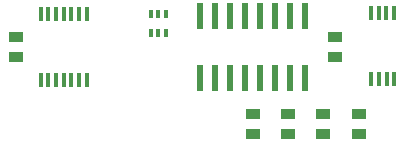
<source format=gts>
%FSLAX34Y34*%
G04 Gerber Fmt 3.4, Leading zero omitted, Abs format*
G04 (created by PCBNEW (2014-02-02 BZR 4653)-product) date 2014-03-31 11:22:45 AM*
%MOIN*%
G01*
G70*
G90*
G04 APERTURE LIST*
%ADD10C,0.005906*%
%ADD11R,0.011800X0.051200*%
%ADD12R,0.023600X0.086600*%
%ADD13R,0.045000X0.032000*%
%ADD14R,0.015700X0.031400*%
G04 APERTURE END LIST*
G54D10*
G54D11*
X34663Y-44367D03*
X34913Y-44367D03*
X35173Y-44367D03*
X35423Y-44367D03*
X35423Y-42167D03*
X35168Y-42167D03*
X34913Y-42167D03*
X34658Y-42167D03*
G54D12*
X28958Y-44330D03*
X29458Y-44330D03*
X29958Y-44330D03*
X30458Y-44330D03*
X30958Y-44330D03*
X31458Y-44330D03*
X31958Y-44330D03*
X32458Y-44330D03*
X32458Y-42284D03*
X31958Y-42284D03*
X31458Y-42284D03*
X30958Y-42284D03*
X30458Y-42284D03*
X29958Y-42284D03*
X29458Y-42284D03*
X28958Y-42284D03*
G54D13*
X33464Y-42972D03*
X33464Y-43642D03*
X31889Y-46201D03*
X31889Y-45531D03*
X34251Y-45531D03*
X34251Y-46201D03*
X33070Y-45531D03*
X33070Y-46201D03*
X30708Y-45531D03*
X30708Y-46201D03*
X22834Y-43642D03*
X22834Y-42972D03*
G54D11*
X23649Y-44407D03*
X23899Y-44407D03*
X24159Y-44407D03*
X24409Y-44407D03*
X24669Y-44407D03*
X24924Y-44407D03*
X25179Y-44407D03*
X25179Y-42207D03*
X24924Y-42207D03*
X24669Y-42207D03*
X24409Y-42207D03*
X24154Y-42207D03*
X23899Y-42207D03*
X23644Y-42207D03*
G54D14*
X27814Y-42205D03*
X27559Y-42205D03*
X27304Y-42205D03*
X27304Y-42833D03*
X27559Y-42833D03*
X27814Y-42833D03*
M02*

</source>
